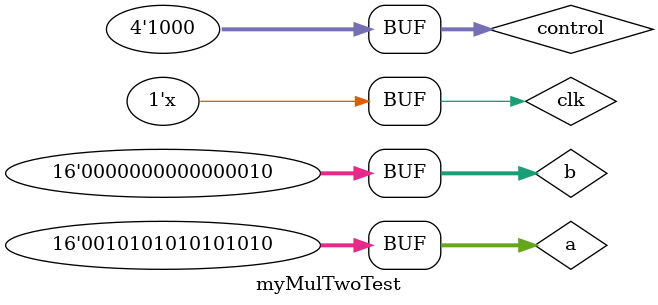
<source format=v>
`timescale 1ns / 1ps


module myMulTwoTest;

	// Inputs
	reg clk;
	reg [3:0] control;
	reg [15:0] a;
	reg [15:0] b;

	// Outputs
	wire [31:0] r;
	wire validity;

	// Instantiate the Unit Under Test (UUT)
	Multiplier uut (
		.clk(clk), 
		.control(control), 
		.a(a), 
		.b(b), 
		.r(r), 
		.validity(validity)
	);

	initial begin
		// Initialize Inputs
		clk = 0;
		control = 4'b1000;
		a = 21845;
		b = 1;

		// Wait 100 ns for global reset to finish
		#400;
		a = 1;
		b = 21845;
		
		#400;
		a = -1;
		b = 21845;
		
		#400;
		a = 10922;
		b = 2;
        
		// Add stimulus here

	end
	
	always begin
	 #10;
	 clk = ~clk;
	end
      
endmodule


</source>
